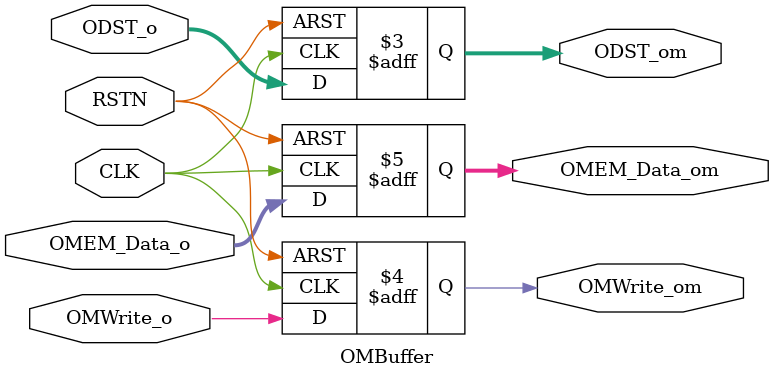
<source format=v>
module OMBuffer(
	input CLK, RSTN,
	input [3:0] ODST_o,
	input OMWrite_o,
	input [63:0] OMEM_Data_o,
	output reg [3:0] ODST_om,
	output reg OMWrite_om,
	output reg [63:0] OMEM_Data_om 
);
always@(posedge CLK or negedge RSTN) begin
	if(~RSTN) begin
		ODST_om <= 0; OMWrite_om <= 0; OMEM_Data_om <= 0;
	end
	else begin
		ODST_om <= ODST_o; OMWrite_om <= OMWrite_o; 
		OMEM_Data_om <= OMEM_Data_o;
	end
end
endmodule

</source>
